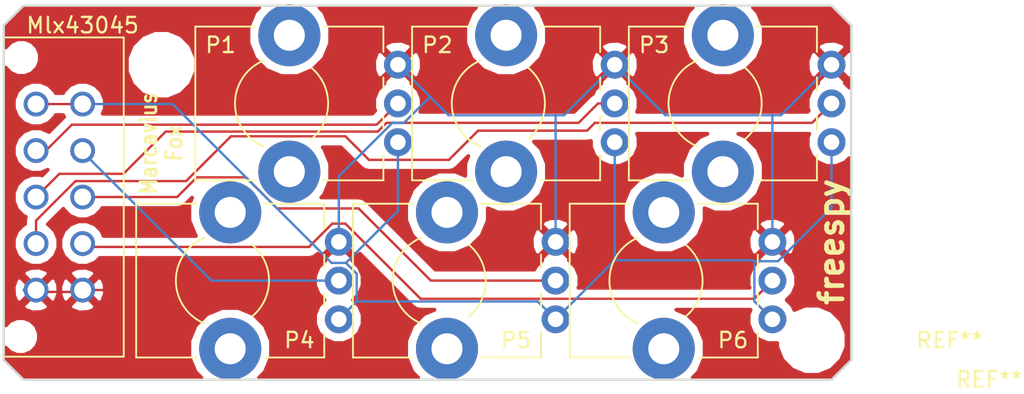
<source format=kicad_pcb>
(kicad_pcb (version 4) (host pcbnew 4.0.7)

  (general
    (links 20)
    (no_connects 0)
    (area 0 0 0 0)
    (thickness 1.6002)
    (drawings 10)
    (tracks 86)
    (zones 0)
    (modules 9)
    (nets 9)
  )

  (page A4)
  (layers
    (0 F.Cu signal)
    (31 B.Cu signal)
    (36 B.SilkS user)
    (37 F.SilkS user)
    (38 B.Mask user)
    (39 F.Mask user)
    (44 Edge.Cuts user)
    (45 Margin user)
  )

  (setup
    (last_trace_width 0.1524)
    (trace_clearance 0.1524)
    (zone_clearance 0.508)
    (zone_45_only no)
    (trace_min 0.1524)
    (segment_width 0.2)
    (edge_width 0.15)
    (via_size 0.6858)
    (via_drill 0.3302)
    (via_min_size 0.6858)
    (via_min_drill 0.3302)
    (uvia_size 0.6858)
    (uvia_drill 0.3302)
    (uvias_allowed no)
    (uvia_min_size 0)
    (uvia_min_drill 0)
    (pcb_text_width 0.3)
    (pcb_text_size 1.5 1.5)
    (mod_edge_width 0.15)
    (mod_text_size 1 1)
    (mod_text_width 0.15)
    (pad_size 1.6 1.6)
    (pad_drill 1.1)
    (pad_to_mask_clearance 0.0508)
    (aux_axis_origin 0 0)
    (visible_elements 7FFEFFFF)
    (pcbplotparams
      (layerselection 0x00030_80000001)
      (usegerberextensions false)
      (excludeedgelayer true)
      (linewidth 0.100000)
      (plotframeref false)
      (viasonmask false)
      (mode 1)
      (useauxorigin false)
      (hpglpennumber 1)
      (hpglpenspeed 20)
      (hpglpendiameter 15)
      (hpglpenoverlay 2)
      (psnegative false)
      (psa4output false)
      (plotreference true)
      (plotvalue true)
      (plotinvisibletext false)
      (padsonsilk false)
      (subtractmaskfromsilk false)
      (outputformat 1)
      (mirror false)
      (drillshape 1)
      (scaleselection 1)
      (outputdirectory ""))
  )

  (net 0 "")
  (net 1 +3V3)
  (net 2 AO1)
  (net 3 AO2)
  (net 4 AO3)
  (net 5 GND)
  (net 6 AO4)
  (net 7 AO5)
  (net 8 AO6)

  (net_class Default "This is the default net class."
    (clearance 0.1524)
    (trace_width 0.1524)
    (via_dia 0.6858)
    (via_drill 0.3302)
    (uvia_dia 0.6858)
    (uvia_drill 0.3302)
    (add_net +3V3)
    (add_net AO1)
    (add_net AO2)
    (add_net AO3)
    (add_net AO4)
    (add_net AO5)
    (add_net AO6)
    (add_net GND)
  )

  (module Mounting_Holes:MountingHole_3.2mm_M3 (layer F.Cu) (tedit 5A7BB8A5) (tstamp 5A792396)
    (at 175.26 106.68)
    (descr "Mounting Hole 3.2mm, no annular, M3")
    (tags "mounting hole 3.2mm no annular m3")
    (attr virtual)
    (fp_text reference REF** (at 11.43 2.54) (layer F.SilkS)
      (effects (font (size 1 1) (thickness 0.15)))
    )
    (fp_text value MountingHole_3.2mm_M3 (at 16.51 5.08) (layer F.Fab) hide
      (effects (font (size 1 1) (thickness 0.15)))
    )
    (fp_text user %R (at 0.3 0) (layer F.Fab)
      (effects (font (size 1 1) (thickness 0.15)))
    )
    (fp_circle (center 0 0) (end 3.2 0) (layer Cmts.User) (width 0.15))
    (fp_circle (center 0 0) (end 3.45 0) (layer F.CrtYd) (width 0.05))
    (pad 1 np_thru_hole circle (at 0 0) (size 3.2 3.2) (drill 3.2) (layers *.Cu *.Mask))
  )

  (module Mounting_Holes:MountingHole_3.2mm_M3 (layer F.Cu) (tedit 5A7BB882) (tstamp 5A79238E)
    (at 133.35 88.9)
    (descr "Mounting Hole 3.2mm, no annular, M3")
    (tags "mounting hole 3.2mm no annular m3")
    (attr virtual)
    (fp_text reference REF** (at 50.8 17.78) (layer F.SilkS)
      (effects (font (size 1 1) (thickness 0.15)))
    )
    (fp_text value MountingHole_3.2mm_M3 (at 54.61 12.7) (layer F.Fab)
      (effects (font (size 1 1) (thickness 0.15)))
    )
    (fp_text user %R (at 0.3 0) (layer F.Fab)
      (effects (font (size 1 1) (thickness 0.15)))
    )
    (fp_circle (center 0 0) (end 3.2 0) (layer Cmts.User) (width 0.15))
    (fp_circle (center 0 0) (end 3.45 0) (layer F.CrtYd) (width 0.05))
    (pad 1 np_thru_hole circle (at 0 0) (size 3.2 3.2) (drill 3.2) (layers *.Cu *.Mask))
  )

  (module Potentiometers:Potentiometer_Alps_RK09K_Horizontal (layer F.Cu) (tedit 5A7BB877) (tstamp 5A791FA7)
    (at 162.56 88.9 180)
    (descr "Potentiometer, horizontally mounted, Omeg PC16PU, Omeg PC16PU, Omeg PC16PU, Vishay/Spectrol 248GJ/249GJ Single, Vishay/Spectrol 248GJ/249GJ Single, Vishay/Spectrol 248GJ/249GJ Single, Vishay/Spectrol 248GH/249GH Single, Vishay/Spectrol 148/149 Single, Vishay/Spectrol 148/149 Single, Vishay/Spectrol 148/149 Single, Vishay/Spectrol 148A/149A Single with mounting plates, Vishay/Spectrol 148/149 Double, Vishay/Spectrol 148A/149A Double with mounting plates, Piher PC-16 Single, Piher PC-16 Single, Piher PC-16 Single, Piher PC-16SV Single, Piher PC-16 Double, Piher PC-16 Triple, Piher T16H Single, Piher T16L Single, Piher T16H Double, Alps RK163 Single, Alps RK163 Double, Alps RK097 Single, Alps RK097 Double, Bourns PTV09A-2 Single with mounting sleve Single, Bourns PTV09A-1 with mounting sleve Single, Bourns PRS11S Single, Alps RK09K Single with mounting sleve Single, Alps RK09K with mounting sleve Single, http://www.alps.com/prod/info/E/HTML/Potentiometer/RotaryPotentiometers/RK09K/RK09D1130C1B.html")
    (tags "Potentiometer horizontal  Omeg PC16PU  Omeg PC16PU  Omeg PC16PU  Vishay/Spectrol 248GJ/249GJ Single  Vishay/Spectrol 248GJ/249GJ Single  Vishay/Spectrol 248GJ/249GJ Single  Vishay/Spectrol 248GH/249GH Single  Vishay/Spectrol 148/149 Single  Vishay/Spectrol 148/149 Single  Vishay/Spectrol 148/149 Single  Vishay/Spectrol 148A/149A Single with mounting plates  Vishay/Spectrol 148/149 Double  Vishay/Spectrol 148A/149A Double with mounting plates  Piher PC-16 Single  Piher PC-16 Single  Piher PC-16 Single  Piher PC-16SV Single  Piher PC-16 Double  Piher PC-16 Triple  Piher T16H Single  Piher T16L Single  Piher T16H Double  Alps RK163 Single  Alps RK163 Double  Alps RK097 Single  Alps RK097 Double  Bourns PTV09A-2 Single with mounting sleve Single  Bourns PTV09A-1 with mounting sleve Single  Bourns PRS11S Single  Alps RK09K Single with mounting sleve Single  Alps RK09K with mounting sleve Single")
    (path /5A7278A5)
    (fp_text reference P2 (at 11.43 1.27 180) (layer F.SilkS)
      (effects (font (size 1 1) (thickness 0.15)))
    )
    (fp_text value POT2 (at -25.4 -3.81 180) (layer F.Fab)
      (effects (font (size 1 1) (thickness 0.15)))
    )
    (fp_arc (start 7.5 -2.5) (end 8.673 0.262) (angle -134) (layer F.SilkS) (width 0.12))
    (fp_arc (start 7.5 -2.5) (end 5.572 -4.798) (angle -100) (layer F.SilkS) (width 0.12))
    (fp_circle (center 7.5 -2.5) (end 10.75 -2.5) (layer F.Fab) (width 0.1))
    (fp_circle (center 7.5 -2.5) (end 10.5 -2.5) (layer F.Fab) (width 0.1))
    (fp_line (start 1 -7.4) (end 1 2.4) (layer F.Fab) (width 0.1))
    (fp_line (start 1 2.4) (end 13 2.4) (layer F.Fab) (width 0.1))
    (fp_line (start 13 2.4) (end 13 -7.4) (layer F.Fab) (width 0.1))
    (fp_line (start 13 -7.4) (end 1 -7.4) (layer F.Fab) (width 0.1))
    (fp_line (start 0.94 -7.461) (end 4.806 -7.461) (layer F.SilkS) (width 0.12))
    (fp_line (start 9.195 -7.461) (end 13.06 -7.461) (layer F.SilkS) (width 0.12))
    (fp_line (start 0.94 2.46) (end 4.806 2.46) (layer F.SilkS) (width 0.12))
    (fp_line (start 9.195 2.46) (end 13.06 2.46) (layer F.SilkS) (width 0.12))
    (fp_line (start 0.94 -7.461) (end 0.94 -5.825) (layer F.SilkS) (width 0.12))
    (fp_line (start 0.94 -4.175) (end 0.94 -3.325) (layer F.SilkS) (width 0.12))
    (fp_line (start 0.94 -1.675) (end 0.94 -0.825) (layer F.SilkS) (width 0.12))
    (fp_line (start 0.94 0.825) (end 0.94 2.46) (layer F.SilkS) (width 0.12))
    (fp_line (start 13.06 -7.461) (end 13.06 2.46) (layer F.SilkS) (width 0.12))
    (fp_line (start -1.15 -9.15) (end -1.15 4.15) (layer F.CrtYd) (width 0.05))
    (fp_line (start -1.15 4.15) (end 13.25 4.15) (layer F.CrtYd) (width 0.05))
    (fp_line (start 13.25 4.15) (end 13.25 -9.15) (layer F.CrtYd) (width 0.05))
    (fp_line (start 13.25 -9.15) (end -1.15 -9.15) (layer F.CrtYd) (width 0.05))
    (pad 3 thru_hole circle (at 0 -5 180) (size 1.8 1.8) (drill 1) (layers *.Cu *.Mask)
      (net 1 +3V3))
    (pad 2 thru_hole circle (at 0 -2.5 180) (size 1.8 1.8) (drill 1) (layers *.Cu *.Mask)
      (net 3 AO2))
    (pad 1 thru_hole circle (at 0 0 180) (size 1.8 1.8) (drill 1) (layers *.Cu *.Mask)
      (net 5 GND))
    (pad 0 np_thru_hole circle (at 7 -6.9 180) (size 4 4) (drill 2) (layers *.Cu *.Mask))
    (pad 0 np_thru_hole circle (at 7 1.9 180) (size 4 4) (drill 2) (layers *.Cu *.Mask))
    (model Potentiometers.3dshapes/Potentiometer_Alps_RK09K_Horizontal.wrl
      (at (xyz 0 0 0))
      (scale (xyz 0.393701 0.393701 0.393701))
      (rotate (xyz 0 0 0))
    )
  )

  (module Connectors_Molex:Molex_Microfit3_Header_02x05_Straight_43045-1028 (layer F.Cu) (tedit 5A7BB891) (tstamp 5A72790D)
    (at 128.27 91.44 90)
    (descr "Microfit3 Header Straight 02x05 43045-1028")
    (tags "connector Microfit 02x05 header straight 3mm")
    (path /5A691CF9)
    (fp_text reference Mlx43045 (at 5.08 0 180) (layer F.SilkS)
      (effects (font (size 1 1) (thickness 0.15)))
    )
    (fp_text value 1028 (at -6 -7 90) (layer F.Fab)
      (effects (font (size 1 1) (thickness 0.15)))
    )
    (fp_line (start 4.5 2.85) (end 4.5 -5.3) (layer F.CrtYd) (width 0.05))
    (fp_line (start 4.5 2.85) (end -16.5 2.85) (layer F.CrtYd) (width 0.05))
    (fp_line (start -16.5 2.85) (end -16.5 -5.3) (layer F.CrtYd) (width 0.05))
    (fp_line (start 4.5 -5.3) (end -16.5 -5.3) (layer F.CrtYd) (width 0.05))
    (fp_line (start 4.3 2.65) (end 4.3 -5.1) (layer F.SilkS) (width 0.12))
    (fp_line (start -16.3 2.65) (end -16.3 -5.1) (layer F.SilkS) (width 0.12))
    (fp_line (start 4.3 2.65) (end -16.3 2.65) (layer F.SilkS) (width 0.12))
    (fp_line (start 4.3 -5.1) (end -16.3 -5.1) (layer F.SilkS) (width 0.12))
    (pad "" np_thru_hole circle (at -15 -4 90) (size 1.1 1.1) (drill 1.1) (layers *.Cu *.Mask))
    (pad 1 thru_hole circle (at 0 0 90) (size 1.6 1.6) (drill 1.1) (layers *.Cu *.Mask)
      (net 1 +3V3))
    (pad 2 thru_hole circle (at -3 0 90) (size 1.6 1.6) (drill 1.1) (layers *.Cu *.Mask)
      (net 6 AO4))
    (pad 3 thru_hole circle (at -6 0 90) (size 1.6 1.6) (drill 1.1) (layers *.Cu *.Mask)
      (net 7 AO5))
    (pad 4 thru_hole circle (at -9 0 90) (size 1.6 1.6) (drill 1.1) (layers *.Cu *.Mask)
      (net 8 AO6))
    (pad 5 thru_hole circle (at -12 0 90) (size 1.6 1.6) (drill 1.1) (layers *.Cu *.Mask)
      (net 5 GND))
    (pad 6 thru_hole circle (at 0 -3 90) (size 1.6 1.6) (drill 1.1) (layers *.Cu *.Mask)
      (net 1 +3V3))
    (pad 7 thru_hole circle (at -3 -3 90) (size 1.6 1.6) (drill 1.1) (layers *.Cu *.Mask)
      (net 2 AO1))
    (pad 8 thru_hole circle (at -6 -3 90) (size 1.6 1.6) (drill 1.1) (layers *.Cu *.Mask)
      (net 3 AO2))
    (pad 9 thru_hole circle (at -9 -3 90) (size 1.6 1.6) (drill 1.1) (layers *.Cu *.Mask)
      (net 4 AO3))
    (pad 10 thru_hole circle (at -12 -3 90) (size 1.6 1.6) (drill 1.1) (layers *.Cu *.Mask)
      (net 5 GND))
    (pad "" np_thru_hole circle (at 3 -3.94 90) (size 1.1 1.1) (drill 1.1) (layers *.Cu *.Mask))
    (model ${KISYS3DMOD}/Connectors_Molex.3dshapes/Molex_Microfit3_Header_02x05_Straight_43045-1028.wrl
      (at (xyz 0 0 0))
      (scale (xyz 1 1 1))
      (rotate (xyz 0 0 0))
    )
  )

  (module Potentiometers:Potentiometer_Alps_RK09K_Horizontal (layer F.Cu) (tedit 5A7BB87D) (tstamp 5A791F9F)
    (at 148.59 88.9 180)
    (descr "Potentiometer, horizontally mounted, Omeg PC16PU, Omeg PC16PU, Omeg PC16PU, Vishay/Spectrol 248GJ/249GJ Single, Vishay/Spectrol 248GJ/249GJ Single, Vishay/Spectrol 248GJ/249GJ Single, Vishay/Spectrol 248GH/249GH Single, Vishay/Spectrol 148/149 Single, Vishay/Spectrol 148/149 Single, Vishay/Spectrol 148/149 Single, Vishay/Spectrol 148A/149A Single with mounting plates, Vishay/Spectrol 148/149 Double, Vishay/Spectrol 148A/149A Double with mounting plates, Piher PC-16 Single, Piher PC-16 Single, Piher PC-16 Single, Piher PC-16SV Single, Piher PC-16 Double, Piher PC-16 Triple, Piher T16H Single, Piher T16L Single, Piher T16H Double, Alps RK163 Single, Alps RK163 Double, Alps RK097 Single, Alps RK097 Double, Bourns PTV09A-2 Single with mounting sleve Single, Bourns PTV09A-1 with mounting sleve Single, Bourns PRS11S Single, Alps RK09K Single with mounting sleve Single, Alps RK09K with mounting sleve Single, http://www.alps.com/prod/info/E/HTML/Potentiometer/RotaryPotentiometers/RK09K/RK09D1130C1B.html")
    (tags "Potentiometer horizontal  Omeg PC16PU  Omeg PC16PU  Omeg PC16PU  Vishay/Spectrol 248GJ/249GJ Single  Vishay/Spectrol 248GJ/249GJ Single  Vishay/Spectrol 248GJ/249GJ Single  Vishay/Spectrol 248GH/249GH Single  Vishay/Spectrol 148/149 Single  Vishay/Spectrol 148/149 Single  Vishay/Spectrol 148/149 Single  Vishay/Spectrol 148A/149A Single with mounting plates  Vishay/Spectrol 148/149 Double  Vishay/Spectrol 148A/149A Double with mounting plates  Piher PC-16 Single  Piher PC-16 Single  Piher PC-16 Single  Piher PC-16SV Single  Piher PC-16 Double  Piher PC-16 Triple  Piher T16H Single  Piher T16L Single  Piher T16H Double  Alps RK163 Single  Alps RK163 Double  Alps RK097 Single  Alps RK097 Double  Bourns PTV09A-2 Single with mounting sleve Single  Bourns PTV09A-1 with mounting sleve Single  Bourns PRS11S Single  Alps RK09K Single with mounting sleve Single  Alps RK09K with mounting sleve Single")
    (path /5A691B46)
    (fp_text reference P1 (at 11.43 1.27 180) (layer F.SilkS)
      (effects (font (size 1 1) (thickness 0.15)))
    )
    (fp_text value POT1 (at -43.18 0 180) (layer F.Fab)
      (effects (font (size 1 1) (thickness 0.15)))
    )
    (fp_arc (start 7.5 -2.5) (end 8.673 0.262) (angle -134) (layer F.SilkS) (width 0.12))
    (fp_arc (start 7.5 -2.5) (end 5.572 -4.798) (angle -100) (layer F.SilkS) (width 0.12))
    (fp_circle (center 7.5 -2.5) (end 10.75 -2.5) (layer F.Fab) (width 0.1))
    (fp_circle (center 7.5 -2.5) (end 10.5 -2.5) (layer F.Fab) (width 0.1))
    (fp_line (start 1 -7.4) (end 1 2.4) (layer F.Fab) (width 0.1))
    (fp_line (start 1 2.4) (end 13 2.4) (layer F.Fab) (width 0.1))
    (fp_line (start 13 2.4) (end 13 -7.4) (layer F.Fab) (width 0.1))
    (fp_line (start 13 -7.4) (end 1 -7.4) (layer F.Fab) (width 0.1))
    (fp_line (start 0.94 -7.461) (end 4.806 -7.461) (layer F.SilkS) (width 0.12))
    (fp_line (start 9.195 -7.461) (end 13.06 -7.461) (layer F.SilkS) (width 0.12))
    (fp_line (start 0.94 2.46) (end 4.806 2.46) (layer F.SilkS) (width 0.12))
    (fp_line (start 9.195 2.46) (end 13.06 2.46) (layer F.SilkS) (width 0.12))
    (fp_line (start 0.94 -7.461) (end 0.94 -5.825) (layer F.SilkS) (width 0.12))
    (fp_line (start 0.94 -4.175) (end 0.94 -3.325) (layer F.SilkS) (width 0.12))
    (fp_line (start 0.94 -1.675) (end 0.94 -0.825) (layer F.SilkS) (width 0.12))
    (fp_line (start 0.94 0.825) (end 0.94 2.46) (layer F.SilkS) (width 0.12))
    (fp_line (start 13.06 -7.461) (end 13.06 2.46) (layer F.SilkS) (width 0.12))
    (fp_line (start -1.15 -9.15) (end -1.15 4.15) (layer F.CrtYd) (width 0.05))
    (fp_line (start -1.15 4.15) (end 13.25 4.15) (layer F.CrtYd) (width 0.05))
    (fp_line (start 13.25 4.15) (end 13.25 -9.15) (layer F.CrtYd) (width 0.05))
    (fp_line (start 13.25 -9.15) (end -1.15 -9.15) (layer F.CrtYd) (width 0.05))
    (pad 3 thru_hole circle (at 0 -5 180) (size 1.8 1.8) (drill 1) (layers *.Cu *.Mask)
      (net 1 +3V3))
    (pad 2 thru_hole circle (at 0 -2.5 180) (size 1.8 1.8) (drill 1) (layers *.Cu *.Mask)
      (net 2 AO1))
    (pad 1 thru_hole circle (at 0 0 180) (size 1.8 1.8) (drill 1) (layers *.Cu *.Mask)
      (net 5 GND))
    (pad 0 np_thru_hole circle (at 7 -6.9 180) (size 4 4) (drill 2) (layers *.Cu *.Mask))
    (pad 0 np_thru_hole circle (at 7 1.9 180) (size 4 4) (drill 2) (layers *.Cu *.Mask))
    (model Potentiometers.3dshapes/Potentiometer_Alps_RK09K_Horizontal.wrl
      (at (xyz 0 0 0))
      (scale (xyz 0.393701 0.393701 0.393701))
      (rotate (xyz 0 0 0))
    )
  )

  (module Potentiometers:Potentiometer_Alps_RK09K_Horizontal (layer F.Cu) (tedit 5A7BB87A) (tstamp 5A791FAF)
    (at 176.53 88.9 180)
    (descr "Potentiometer, horizontally mounted, Omeg PC16PU, Omeg PC16PU, Omeg PC16PU, Vishay/Spectrol 248GJ/249GJ Single, Vishay/Spectrol 248GJ/249GJ Single, Vishay/Spectrol 248GJ/249GJ Single, Vishay/Spectrol 248GH/249GH Single, Vishay/Spectrol 148/149 Single, Vishay/Spectrol 148/149 Single, Vishay/Spectrol 148/149 Single, Vishay/Spectrol 148A/149A Single with mounting plates, Vishay/Spectrol 148/149 Double, Vishay/Spectrol 148A/149A Double with mounting plates, Piher PC-16 Single, Piher PC-16 Single, Piher PC-16 Single, Piher PC-16SV Single, Piher PC-16 Double, Piher PC-16 Triple, Piher T16H Single, Piher T16L Single, Piher T16H Double, Alps RK163 Single, Alps RK163 Double, Alps RK097 Single, Alps RK097 Double, Bourns PTV09A-2 Single with mounting sleve Single, Bourns PTV09A-1 with mounting sleve Single, Bourns PRS11S Single, Alps RK09K Single with mounting sleve Single, Alps RK09K with mounting sleve Single, http://www.alps.com/prod/info/E/HTML/Potentiometer/RotaryPotentiometers/RK09K/RK09D1130C1B.html")
    (tags "Potentiometer horizontal  Omeg PC16PU  Omeg PC16PU  Omeg PC16PU  Vishay/Spectrol 248GJ/249GJ Single  Vishay/Spectrol 248GJ/249GJ Single  Vishay/Spectrol 248GJ/249GJ Single  Vishay/Spectrol 248GH/249GH Single  Vishay/Spectrol 148/149 Single  Vishay/Spectrol 148/149 Single  Vishay/Spectrol 148/149 Single  Vishay/Spectrol 148A/149A Single with mounting plates  Vishay/Spectrol 148/149 Double  Vishay/Spectrol 148A/149A Double with mounting plates  Piher PC-16 Single  Piher PC-16 Single  Piher PC-16 Single  Piher PC-16SV Single  Piher PC-16 Double  Piher PC-16 Triple  Piher T16H Single  Piher T16L Single  Piher T16H Double  Alps RK163 Single  Alps RK163 Double  Alps RK097 Single  Alps RK097 Double  Bourns PTV09A-2 Single with mounting sleve Single  Bourns PTV09A-1 with mounting sleve Single  Bourns PRS11S Single  Alps RK09K Single with mounting sleve Single  Alps RK09K with mounting sleve Single")
    (path /5A6919AC)
    (fp_text reference P3 (at 11.43 1.27 180) (layer F.SilkS)
      (effects (font (size 1 1) (thickness 0.15)))
    )
    (fp_text value POT3 (at -10.16 3.81 180) (layer F.Fab)
      (effects (font (size 1 1) (thickness 0.15)))
    )
    (fp_arc (start 7.5 -2.5) (end 8.673 0.262) (angle -134) (layer F.SilkS) (width 0.12))
    (fp_arc (start 7.5 -2.5) (end 5.572 -4.798) (angle -100) (layer F.SilkS) (width 0.12))
    (fp_circle (center 7.5 -2.5) (end 10.75 -2.5) (layer F.Fab) (width 0.1))
    (fp_circle (center 7.5 -2.5) (end 10.5 -2.5) (layer F.Fab) (width 0.1))
    (fp_line (start 1 -7.4) (end 1 2.4) (layer F.Fab) (width 0.1))
    (fp_line (start 1 2.4) (end 13 2.4) (layer F.Fab) (width 0.1))
    (fp_line (start 13 2.4) (end 13 -7.4) (layer F.Fab) (width 0.1))
    (fp_line (start 13 -7.4) (end 1 -7.4) (layer F.Fab) (width 0.1))
    (fp_line (start 0.94 -7.461) (end 4.806 -7.461) (layer F.SilkS) (width 0.12))
    (fp_line (start 9.195 -7.461) (end 13.06 -7.461) (layer F.SilkS) (width 0.12))
    (fp_line (start 0.94 2.46) (end 4.806 2.46) (layer F.SilkS) (width 0.12))
    (fp_line (start 9.195 2.46) (end 13.06 2.46) (layer F.SilkS) (width 0.12))
    (fp_line (start 0.94 -7.461) (end 0.94 -5.825) (layer F.SilkS) (width 0.12))
    (fp_line (start 0.94 -4.175) (end 0.94 -3.325) (layer F.SilkS) (width 0.12))
    (fp_line (start 0.94 -1.675) (end 0.94 -0.825) (layer F.SilkS) (width 0.12))
    (fp_line (start 0.94 0.825) (end 0.94 2.46) (layer F.SilkS) (width 0.12))
    (fp_line (start 13.06 -7.461) (end 13.06 2.46) (layer F.SilkS) (width 0.12))
    (fp_line (start -1.15 -9.15) (end -1.15 4.15) (layer F.CrtYd) (width 0.05))
    (fp_line (start -1.15 4.15) (end 13.25 4.15) (layer F.CrtYd) (width 0.05))
    (fp_line (start 13.25 4.15) (end 13.25 -9.15) (layer F.CrtYd) (width 0.05))
    (fp_line (start 13.25 -9.15) (end -1.15 -9.15) (layer F.CrtYd) (width 0.05))
    (pad 3 thru_hole circle (at 0 -5 180) (size 1.8 1.8) (drill 1) (layers *.Cu *.Mask)
      (net 1 +3V3))
    (pad 2 thru_hole circle (at 0 -2.5 180) (size 1.8 1.8) (drill 1) (layers *.Cu *.Mask)
      (net 4 AO3))
    (pad 1 thru_hole circle (at 0 0 180) (size 1.8 1.8) (drill 1) (layers *.Cu *.Mask)
      (net 5 GND))
    (pad 0 np_thru_hole circle (at 7 -6.9 180) (size 4 4) (drill 2) (layers *.Cu *.Mask))
    (pad 0 np_thru_hole circle (at 7 1.9 180) (size 4 4) (drill 2) (layers *.Cu *.Mask))
    (model Potentiometers.3dshapes/Potentiometer_Alps_RK09K_Horizontal.wrl
      (at (xyz 0 0 0))
      (scale (xyz 0.393701 0.393701 0.393701))
      (rotate (xyz 0 0 0))
    )
  )

  (module Potentiometers:Potentiometer_Alps_RK09K_Horizontal (layer F.Cu) (tedit 5A7BB86F) (tstamp 5A791FB7)
    (at 144.78 100.33 180)
    (descr "Potentiometer, horizontally mounted, Omeg PC16PU, Omeg PC16PU, Omeg PC16PU, Vishay/Spectrol 248GJ/249GJ Single, Vishay/Spectrol 248GJ/249GJ Single, Vishay/Spectrol 248GJ/249GJ Single, Vishay/Spectrol 248GH/249GH Single, Vishay/Spectrol 148/149 Single, Vishay/Spectrol 148/149 Single, Vishay/Spectrol 148/149 Single, Vishay/Spectrol 148A/149A Single with mounting plates, Vishay/Spectrol 148/149 Double, Vishay/Spectrol 148A/149A Double with mounting plates, Piher PC-16 Single, Piher PC-16 Single, Piher PC-16 Single, Piher PC-16SV Single, Piher PC-16 Double, Piher PC-16 Triple, Piher T16H Single, Piher T16L Single, Piher T16H Double, Alps RK163 Single, Alps RK163 Double, Alps RK097 Single, Alps RK097 Double, Bourns PTV09A-2 Single with mounting sleve Single, Bourns PTV09A-1 with mounting sleve Single, Bourns PRS11S Single, Alps RK09K Single with mounting sleve Single, Alps RK09K with mounting sleve Single, http://www.alps.com/prod/info/E/HTML/Potentiometer/RotaryPotentiometers/RK09K/RK09D1130C1B.html")
    (tags "Potentiometer horizontal  Omeg PC16PU  Omeg PC16PU  Omeg PC16PU  Vishay/Spectrol 248GJ/249GJ Single  Vishay/Spectrol 248GJ/249GJ Single  Vishay/Spectrol 248GJ/249GJ Single  Vishay/Spectrol 248GH/249GH Single  Vishay/Spectrol 148/149 Single  Vishay/Spectrol 148/149 Single  Vishay/Spectrol 148/149 Single  Vishay/Spectrol 148A/149A Single with mounting plates  Vishay/Spectrol 148/149 Double  Vishay/Spectrol 148A/149A Double with mounting plates  Piher PC-16 Single  Piher PC-16 Single  Piher PC-16 Single  Piher PC-16SV Single  Piher PC-16 Double  Piher PC-16 Triple  Piher T16H Single  Piher T16L Single  Piher T16H Double  Alps RK163 Single  Alps RK163 Double  Alps RK097 Single  Alps RK097 Double  Bourns PTV09A-2 Single with mounting sleve Single  Bourns PTV09A-1 with mounting sleve Single  Bourns PRS11S Single  Alps RK09K Single with mounting sleve Single  Alps RK09K with mounting sleve Single")
    (path /5A691AD5)
    (fp_text reference P4 (at 2.54 -6.35 180) (layer F.SilkS)
      (effects (font (size 1 1) (thickness 0.15)))
    )
    (fp_text value POT4 (at -43.18 -5.08 180) (layer F.Fab)
      (effects (font (size 1 1) (thickness 0.15)))
    )
    (fp_arc (start 7.5 -2.5) (end 8.673 0.262) (angle -134) (layer F.SilkS) (width 0.12))
    (fp_arc (start 7.5 -2.5) (end 5.572 -4.798) (angle -100) (layer F.SilkS) (width 0.12))
    (fp_circle (center 7.5 -2.5) (end 10.75 -2.5) (layer F.Fab) (width 0.1))
    (fp_circle (center 7.5 -2.5) (end 10.5 -2.5) (layer F.Fab) (width 0.1))
    (fp_line (start 1 -7.4) (end 1 2.4) (layer F.Fab) (width 0.1))
    (fp_line (start 1 2.4) (end 13 2.4) (layer F.Fab) (width 0.1))
    (fp_line (start 13 2.4) (end 13 -7.4) (layer F.Fab) (width 0.1))
    (fp_line (start 13 -7.4) (end 1 -7.4) (layer F.Fab) (width 0.1))
    (fp_line (start 0.94 -7.461) (end 4.806 -7.461) (layer F.SilkS) (width 0.12))
    (fp_line (start 9.195 -7.461) (end 13.06 -7.461) (layer F.SilkS) (width 0.12))
    (fp_line (start 0.94 2.46) (end 4.806 2.46) (layer F.SilkS) (width 0.12))
    (fp_line (start 9.195 2.46) (end 13.06 2.46) (layer F.SilkS) (width 0.12))
    (fp_line (start 0.94 -7.461) (end 0.94 -5.825) (layer F.SilkS) (width 0.12))
    (fp_line (start 0.94 -4.175) (end 0.94 -3.325) (layer F.SilkS) (width 0.12))
    (fp_line (start 0.94 -1.675) (end 0.94 -0.825) (layer F.SilkS) (width 0.12))
    (fp_line (start 0.94 0.825) (end 0.94 2.46) (layer F.SilkS) (width 0.12))
    (fp_line (start 13.06 -7.461) (end 13.06 2.46) (layer F.SilkS) (width 0.12))
    (fp_line (start -1.15 -9.15) (end -1.15 4.15) (layer F.CrtYd) (width 0.05))
    (fp_line (start -1.15 4.15) (end 13.25 4.15) (layer F.CrtYd) (width 0.05))
    (fp_line (start 13.25 4.15) (end 13.25 -9.15) (layer F.CrtYd) (width 0.05))
    (fp_line (start 13.25 -9.15) (end -1.15 -9.15) (layer F.CrtYd) (width 0.05))
    (pad 3 thru_hole circle (at 0 -5 180) (size 1.8 1.8) (drill 1) (layers *.Cu *.Mask)
      (net 1 +3V3))
    (pad 2 thru_hole circle (at 0 -2.5 180) (size 1.8 1.8) (drill 1) (layers *.Cu *.Mask)
      (net 6 AO4))
    (pad 1 thru_hole circle (at 0 0 180) (size 1.8 1.8) (drill 1) (layers *.Cu *.Mask)
      (net 5 GND))
    (pad 0 np_thru_hole circle (at 7 -6.9 180) (size 4 4) (drill 2) (layers *.Cu *.Mask))
    (pad 0 np_thru_hole circle (at 7 1.9 180) (size 4 4) (drill 2) (layers *.Cu *.Mask))
    (model Potentiometers.3dshapes/Potentiometer_Alps_RK09K_Horizontal.wrl
      (at (xyz 0 0 0))
      (scale (xyz 0.393701 0.393701 0.393701))
      (rotate (xyz 0 0 0))
    )
  )

  (module Potentiometers:Potentiometer_Alps_RK09K_Horizontal (layer F.Cu) (tedit 5A7BB860) (tstamp 5A791FBF)
    (at 158.75 100.33 180)
    (descr "Potentiometer, horizontally mounted, Omeg PC16PU, Omeg PC16PU, Omeg PC16PU, Vishay/Spectrol 248GJ/249GJ Single, Vishay/Spectrol 248GJ/249GJ Single, Vishay/Spectrol 248GJ/249GJ Single, Vishay/Spectrol 248GH/249GH Single, Vishay/Spectrol 148/149 Single, Vishay/Spectrol 148/149 Single, Vishay/Spectrol 148/149 Single, Vishay/Spectrol 148A/149A Single with mounting plates, Vishay/Spectrol 148/149 Double, Vishay/Spectrol 148A/149A Double with mounting plates, Piher PC-16 Single, Piher PC-16 Single, Piher PC-16 Single, Piher PC-16SV Single, Piher PC-16 Double, Piher PC-16 Triple, Piher T16H Single, Piher T16L Single, Piher T16H Double, Alps RK163 Single, Alps RK163 Double, Alps RK097 Single, Alps RK097 Double, Bourns PTV09A-2 Single with mounting sleve Single, Bourns PTV09A-1 with mounting sleve Single, Bourns PRS11S Single, Alps RK09K Single with mounting sleve Single, Alps RK09K with mounting sleve Single, http://www.alps.com/prod/info/E/HTML/Potentiometer/RotaryPotentiometers/RK09K/RK09D1130C1B.html")
    (tags "Potentiometer horizontal  Omeg PC16PU  Omeg PC16PU  Omeg PC16PU  Vishay/Spectrol 248GJ/249GJ Single  Vishay/Spectrol 248GJ/249GJ Single  Vishay/Spectrol 248GJ/249GJ Single  Vishay/Spectrol 248GH/249GH Single  Vishay/Spectrol 148/149 Single  Vishay/Spectrol 148/149 Single  Vishay/Spectrol 148/149 Single  Vishay/Spectrol 148A/149A Single with mounting plates  Vishay/Spectrol 148/149 Double  Vishay/Spectrol 148A/149A Double with mounting plates  Piher PC-16 Single  Piher PC-16 Single  Piher PC-16 Single  Piher PC-16SV Single  Piher PC-16 Double  Piher PC-16 Triple  Piher T16H Single  Piher T16L Single  Piher T16H Double  Alps RK163 Single  Alps RK163 Double  Alps RK097 Single  Alps RK097 Double  Bourns PTV09A-2 Single with mounting sleve Single  Bourns PTV09A-1 with mounting sleve Single  Bourns PRS11S Single  Alps RK09K Single with mounting sleve Single  Alps RK09K with mounting sleve Single")
    (path /5A691B06)
    (fp_text reference P5 (at 2.54 -6.35 180) (layer F.SilkS)
      (effects (font (size 1 1) (thickness 0.15)))
    )
    (fp_text value POT5 (at -26.67 1.27 180) (layer F.Fab)
      (effects (font (size 1 1) (thickness 0.15)))
    )
    (fp_arc (start 7.5 -2.5) (end 8.673 0.262) (angle -134) (layer F.SilkS) (width 0.12))
    (fp_arc (start 7.5 -2.5) (end 5.572 -4.798) (angle -100) (layer F.SilkS) (width 0.12))
    (fp_circle (center 7.5 -2.5) (end 10.75 -2.5) (layer F.Fab) (width 0.1))
    (fp_circle (center 7.5 -2.5) (end 10.5 -2.5) (layer F.Fab) (width 0.1))
    (fp_line (start 1 -7.4) (end 1 2.4) (layer F.Fab) (width 0.1))
    (fp_line (start 1 2.4) (end 13 2.4) (layer F.Fab) (width 0.1))
    (fp_line (start 13 2.4) (end 13 -7.4) (layer F.Fab) (width 0.1))
    (fp_line (start 13 -7.4) (end 1 -7.4) (layer F.Fab) (width 0.1))
    (fp_line (start 0.94 -7.461) (end 4.806 -7.461) (layer F.SilkS) (width 0.12))
    (fp_line (start 9.195 -7.461) (end 13.06 -7.461) (layer F.SilkS) (width 0.12))
    (fp_line (start 0.94 2.46) (end 4.806 2.46) (layer F.SilkS) (width 0.12))
    (fp_line (start 9.195 2.46) (end 13.06 2.46) (layer F.SilkS) (width 0.12))
    (fp_line (start 0.94 -7.461) (end 0.94 -5.825) (layer F.SilkS) (width 0.12))
    (fp_line (start 0.94 -4.175) (end 0.94 -3.325) (layer F.SilkS) (width 0.12))
    (fp_line (start 0.94 -1.675) (end 0.94 -0.825) (layer F.SilkS) (width 0.12))
    (fp_line (start 0.94 0.825) (end 0.94 2.46) (layer F.SilkS) (width 0.12))
    (fp_line (start 13.06 -7.461) (end 13.06 2.46) (layer F.SilkS) (width 0.12))
    (fp_line (start -1.15 -9.15) (end -1.15 4.15) (layer F.CrtYd) (width 0.05))
    (fp_line (start -1.15 4.15) (end 13.25 4.15) (layer F.CrtYd) (width 0.05))
    (fp_line (start 13.25 4.15) (end 13.25 -9.15) (layer F.CrtYd) (width 0.05))
    (fp_line (start 13.25 -9.15) (end -1.15 -9.15) (layer F.CrtYd) (width 0.05))
    (pad 3 thru_hole circle (at 0 -5 180) (size 1.8 1.8) (drill 1) (layers *.Cu *.Mask)
      (net 1 +3V3))
    (pad 2 thru_hole circle (at 0 -2.5 180) (size 1.8 1.8) (drill 1) (layers *.Cu *.Mask)
      (net 7 AO5))
    (pad 1 thru_hole circle (at 0 0 180) (size 1.8 1.8) (drill 1) (layers *.Cu *.Mask)
      (net 5 GND))
    (pad 0 np_thru_hole circle (at 7 -6.9 180) (size 4 4) (drill 2) (layers *.Cu *.Mask))
    (pad 0 np_thru_hole circle (at 7 1.9 180) (size 4 4) (drill 2) (layers *.Cu *.Mask))
    (model Potentiometers.3dshapes/Potentiometer_Alps_RK09K_Horizontal.wrl
      (at (xyz 0 0 0))
      (scale (xyz 0.393701 0.393701 0.393701))
      (rotate (xyz 0 0 0))
    )
  )

  (module Potentiometers:Potentiometer_Alps_RK09K_Horizontal (layer F.Cu) (tedit 5A7BB856) (tstamp 5A791FC7)
    (at 172.72 100.33 180)
    (descr "Potentiometer, horizontally mounted, Omeg PC16PU, Omeg PC16PU, Omeg PC16PU, Vishay/Spectrol 248GJ/249GJ Single, Vishay/Spectrol 248GJ/249GJ Single, Vishay/Spectrol 248GJ/249GJ Single, Vishay/Spectrol 248GH/249GH Single, Vishay/Spectrol 148/149 Single, Vishay/Spectrol 148/149 Single, Vishay/Spectrol 148/149 Single, Vishay/Spectrol 148A/149A Single with mounting plates, Vishay/Spectrol 148/149 Double, Vishay/Spectrol 148A/149A Double with mounting plates, Piher PC-16 Single, Piher PC-16 Single, Piher PC-16 Single, Piher PC-16SV Single, Piher PC-16 Double, Piher PC-16 Triple, Piher T16H Single, Piher T16L Single, Piher T16H Double, Alps RK163 Single, Alps RK163 Double, Alps RK097 Single, Alps RK097 Double, Bourns PTV09A-2 Single with mounting sleve Single, Bourns PTV09A-1 with mounting sleve Single, Bourns PRS11S Single, Alps RK09K Single with mounting sleve Single, Alps RK09K with mounting sleve Single, http://www.alps.com/prod/info/E/HTML/Potentiometer/RotaryPotentiometers/RK09K/RK09D1130C1B.html")
    (tags "Potentiometer horizontal  Omeg PC16PU  Omeg PC16PU  Omeg PC16PU  Vishay/Spectrol 248GJ/249GJ Single  Vishay/Spectrol 248GJ/249GJ Single  Vishay/Spectrol 248GJ/249GJ Single  Vishay/Spectrol 248GH/249GH Single  Vishay/Spectrol 148/149 Single  Vishay/Spectrol 148/149 Single  Vishay/Spectrol 148/149 Single  Vishay/Spectrol 148A/149A Single with mounting plates  Vishay/Spectrol 148/149 Double  Vishay/Spectrol 148A/149A Double with mounting plates  Piher PC-16 Single  Piher PC-16 Single  Piher PC-16 Single  Piher PC-16SV Single  Piher PC-16 Double  Piher PC-16 Triple  Piher T16H Single  Piher T16L Single  Piher T16H Double  Alps RK163 Single  Alps RK163 Double  Alps RK097 Single  Alps RK097 Double  Bourns PTV09A-2 Single with mounting sleve Single  Bourns PTV09A-1 with mounting sleve Single  Bourns PRS11S Single  Alps RK09K Single with mounting sleve Single  Alps RK09K with mounting sleve Single")
    (path /5A691B25)
    (fp_text reference P6 (at 2.54 -6.35 180) (layer F.SilkS)
      (effects (font (size 1 1) (thickness 0.15)))
    )
    (fp_text value POT6 (at -12.7 3.81 180) (layer F.Fab)
      (effects (font (size 1 1) (thickness 0.15)))
    )
    (fp_arc (start 7.5 -2.5) (end 8.673 0.262) (angle -134) (layer F.SilkS) (width 0.12))
    (fp_arc (start 7.5 -2.5) (end 5.572 -4.798) (angle -100) (layer F.SilkS) (width 0.12))
    (fp_circle (center 7.5 -2.5) (end 10.75 -2.5) (layer F.Fab) (width 0.1))
    (fp_circle (center 7.5 -2.5) (end 10.5 -2.5) (layer F.Fab) (width 0.1))
    (fp_line (start 1 -7.4) (end 1 2.4) (layer F.Fab) (width 0.1))
    (fp_line (start 1 2.4) (end 13 2.4) (layer F.Fab) (width 0.1))
    (fp_line (start 13 2.4) (end 13 -7.4) (layer F.Fab) (width 0.1))
    (fp_line (start 13 -7.4) (end 1 -7.4) (layer F.Fab) (width 0.1))
    (fp_line (start 0.94 -7.461) (end 4.806 -7.461) (layer F.SilkS) (width 0.12))
    (fp_line (start 9.195 -7.461) (end 13.06 -7.461) (layer F.SilkS) (width 0.12))
    (fp_line (start 0.94 2.46) (end 4.806 2.46) (layer F.SilkS) (width 0.12))
    (fp_line (start 9.195 2.46) (end 13.06 2.46) (layer F.SilkS) (width 0.12))
    (fp_line (start 0.94 -7.461) (end 0.94 -5.825) (layer F.SilkS) (width 0.12))
    (fp_line (start 0.94 -4.175) (end 0.94 -3.325) (layer F.SilkS) (width 0.12))
    (fp_line (start 0.94 -1.675) (end 0.94 -0.825) (layer F.SilkS) (width 0.12))
    (fp_line (start 0.94 0.825) (end 0.94 2.46) (layer F.SilkS) (width 0.12))
    (fp_line (start 13.06 -7.461) (end 13.06 2.46) (layer F.SilkS) (width 0.12))
    (fp_line (start -1.15 -9.15) (end -1.15 4.15) (layer F.CrtYd) (width 0.05))
    (fp_line (start -1.15 4.15) (end 13.25 4.15) (layer F.CrtYd) (width 0.05))
    (fp_line (start 13.25 4.15) (end 13.25 -9.15) (layer F.CrtYd) (width 0.05))
    (fp_line (start 13.25 -9.15) (end -1.15 -9.15) (layer F.CrtYd) (width 0.05))
    (pad 3 thru_hole circle (at 0 -5 180) (size 1.8 1.8) (drill 1) (layers *.Cu *.Mask)
      (net 1 +3V3))
    (pad 2 thru_hole circle (at 0 -2.5 180) (size 1.8 1.8) (drill 1) (layers *.Cu *.Mask)
      (net 8 AO6))
    (pad 1 thru_hole circle (at 0 0 180) (size 1.8 1.8) (drill 1) (layers *.Cu *.Mask)
      (net 5 GND))
    (pad 0 np_thru_hole circle (at 7 -6.9 180) (size 4 4) (drill 2) (layers *.Cu *.Mask))
    (pad 0 np_thru_hole circle (at 7 1.9 180) (size 4 4) (drill 2) (layers *.Cu *.Mask))
    (model Potentiometers.3dshapes/Potentiometer_Alps_RK09K_Horizontal.wrl
      (at (xyz 0 0 0))
      (scale (xyz 0.393701 0.393701 0.393701))
      (rotate (xyz 0 0 0))
    )
  )

  (gr_text "Marcavius\nFox" (at 133.35 93.98 90) (layer F.SilkS)
    (effects (font (size 1.016 0.889) (thickness 0.1778)))
  )
  (gr_text "freespy\n" (at 176.53 100.33 90) (layer F.SilkS)
    (effects (font (size 1.5 1.5) (thickness 0.3)))
  )
  (gr_line (start 124.46 85.09) (end 176.53 85.09) (angle 90) (layer Edge.Cuts) (width 0.15))
  (gr_line (start 123.19 86.36) (end 124.46 85.09) (angle 90) (layer Edge.Cuts) (width 0.15))
  (gr_line (start 123.19 107.95) (end 123.19 86.36) (angle 90) (layer Edge.Cuts) (width 0.15))
  (gr_line (start 124.46 109.22) (end 123.19 107.95) (angle 90) (layer Edge.Cuts) (width 0.15))
  (gr_line (start 176.53 109.22) (end 124.46 109.22) (angle 90) (layer Edge.Cuts) (width 0.15))
  (gr_line (start 177.8 107.95) (end 176.53 109.22) (angle 90) (layer Edge.Cuts) (width 0.15))
  (gr_line (start 177.8 86.36) (end 177.8 107.95) (angle 90) (layer Edge.Cuts) (width 0.15))
  (gr_line (start 176.53 85.09) (end 177.8 86.36) (angle 90) (layer Edge.Cuts) (width 0.15))

  (segment (start 125.27 91.44) (end 128.27 91.44) (width 0.1524) (layer F.Cu) (net 1))
  (segment (start 171.558 104.168) (end 172.72 105.33) (width 0.1524) (layer B.Cu) (net 1))
  (segment (start 171.558 101.58) (end 171.558 104.168) (width 0.1524) (layer B.Cu) (net 1))
  (segment (start 176.53 98.1298) (end 176.53 93.9) (width 0.1524) (layer B.Cu) (net 1))
  (segment (start 173.0798 101.58) (end 176.53 98.1298) (width 0.1524) (layer B.Cu) (net 1))
  (segment (start 171.558 101.58) (end 173.0798 101.58) (width 0.1524) (layer B.Cu) (net 1))
  (segment (start 171.498 101.52) (end 171.558 101.58) (width 0.1524) (layer B.Cu) (net 1))
  (segment (start 162.56 101.52) (end 171.498 101.52) (width 0.1524) (layer B.Cu) (net 1))
  (segment (start 162.56 93.9) (end 162.56 101.52) (width 0.1524) (layer B.Cu) (net 1))
  (segment (start 162.56 101.52) (end 158.75 105.33) (width 0.1524) (layer B.Cu) (net 1))
  (segment (start 144.78 105.33) (end 145.9321 104.1779) (width 0.1524) (layer B.Cu) (net 1))
  (segment (start 157.5979 104.1779) (end 145.9321 104.1779) (width 0.1524) (layer B.Cu) (net 1))
  (segment (start 158.75 105.33) (end 157.5979 104.1779) (width 0.1524) (layer B.Cu) (net 1))
  (segment (start 148.59 98.3328) (end 145.2348 101.688) (width 0.1524) (layer B.Cu) (net 1))
  (segment (start 148.59 93.9) (end 148.59 98.3328) (width 0.1524) (layer B.Cu) (net 1))
  (segment (start 145.9321 102.3853) (end 145.2348 101.688) (width 0.1524) (layer B.Cu) (net 1))
  (segment (start 145.9321 104.1779) (end 145.9321 102.3853) (width 0.1524) (layer B.Cu) (net 1))
  (segment (start 134.0687 91.44) (end 128.27 91.44) (width 0.1524) (layer B.Cu) (net 1))
  (segment (start 144.3167 101.688) (end 134.0687 91.44) (width 0.1524) (layer B.Cu) (net 1))
  (segment (start 145.2348 101.688) (end 144.3167 101.688) (width 0.1524) (layer B.Cu) (net 1))
  (segment (start 125.27 94.44) (end 125.905 94.44) (width 0.25) (layer F.Cu) (net 2))
  (segment (start 147.219 92.771) (end 148.59 91.4) (width 0.1524) (layer F.Cu) (net 2))
  (segment (start 127.574 92.771) (end 147.219 92.771) (width 0.1524) (layer F.Cu) (net 2))
  (segment (start 125.905 94.44) (end 127.574 92.771) (width 0.1524) (layer F.Cu) (net 2))
  (segment (start 126.77 95.94) (end 125.27 97.44) (width 0.1524) (layer F.Cu) (net 3))
  (segment (start 130.8982 95.94) (end 126.77 95.94) (width 0.1524) (layer F.Cu) (net 3))
  (segment (start 133.6226 93.2156) (end 130.8982 95.94) (width 0.1524) (layer F.Cu) (net 3))
  (segment (start 147.2892 93.2156) (end 133.6226 93.2156) (width 0.1524) (layer F.Cu) (net 3))
  (segment (start 147.8548 92.65) (end 147.2892 93.2156) (width 0.1524) (layer F.Cu) (net 3))
  (segment (start 160.2325 92.65) (end 147.8548 92.65) (width 0.1524) (layer F.Cu) (net 3))
  (segment (start 161.4825 91.4) (end 160.2325 92.65) (width 0.1524) (layer F.Cu) (net 3))
  (segment (start 162.56 91.4) (end 161.4825 91.4) (width 0.1524) (layer F.Cu) (net 3))
  (segment (start 175.28 92.65) (end 176.53 91.4) (width 0.1524) (layer F.Cu) (net 4))
  (segment (start 161.2861 92.65) (end 175.28 92.65) (width 0.1524) (layer F.Cu) (net 4))
  (segment (start 160.781 93.1551) (end 161.2861 92.65) (width 0.1524) (layer F.Cu) (net 4))
  (segment (start 153.7561 93.1551) (end 160.781 93.1551) (width 0.1524) (layer F.Cu) (net 4))
  (segment (start 151.8714 95.0398) (end 153.7561 93.1551) (width 0.1524) (layer F.Cu) (net 4))
  (segment (start 146.7245 95.0398) (end 151.8714 95.0398) (width 0.1524) (layer F.Cu) (net 4))
  (segment (start 145.2055 93.5208) (end 146.7245 95.0398) (width 0.1524) (layer F.Cu) (net 4))
  (segment (start 137.8282 93.5208) (end 145.2055 93.5208) (width 0.1524) (layer F.Cu) (net 4))
  (segment (start 134.938 96.411) (end 137.8282 93.5208) (width 0.1524) (layer F.Cu) (net 4))
  (segment (start 127.8109 96.411) (end 134.938 96.411) (width 0.1524) (layer F.Cu) (net 4))
  (segment (start 125.27 98.9519) (end 127.8109 96.411) (width 0.1524) (layer F.Cu) (net 4))
  (segment (start 125.27 100.44) (end 125.27 98.9519) (width 0.1524) (layer F.Cu) (net 4))
  (segment (start 124.525 103.44) (end 125.27 103.44) (width 0.25) (layer B.Cu) (net 5))
  (segment (start 128.27 104.14) (end 128.27 103.44) (width 0.25) (layer B.Cu) (net 5))
  (segment (start 125.27 103.68) (end 125.27 103.56) (width 0.25) (layer F.Cu) (net 5))
  (segment (start 125.27 103.56) (end 125.27 103.44) (width 0.25) (layer F.Cu) (net 5))
  (segment (start 128.15 103.56) (end 128.27 103.44) (width 0.1524) (layer F.Cu) (net 5))
  (segment (start 125.27 103.56) (end 128.15 103.56) (width 0.1524) (layer F.Cu) (net 5))
  (segment (start 141.67 103.44) (end 144.78 100.33) (width 0.1524) (layer F.Cu) (net 5))
  (segment (start 128.27 103.44) (end 141.67 103.44) (width 0.1524) (layer F.Cu) (net 5))
  (segment (start 158.75 100.33) (end 158.75 92.1617) (width 0.1524) (layer B.Cu) (net 5))
  (segment (start 159.2983 92.1617) (end 162.56 88.9) (width 0.1524) (layer B.Cu) (net 5))
  (segment (start 158.75 92.1617) (end 159.2983 92.1617) (width 0.1524) (layer B.Cu) (net 5))
  (segment (start 172.72 100.33) (end 172.72 92.1617) (width 0.1524) (layer B.Cu) (net 5))
  (segment (start 173.2683 92.1617) (end 176.53 88.9) (width 0.1524) (layer B.Cu) (net 5))
  (segment (start 172.72 92.1617) (end 173.2683 92.1617) (width 0.1524) (layer B.Cu) (net 5))
  (segment (start 165.8217 92.1617) (end 172.72 92.1617) (width 0.1524) (layer B.Cu) (net 5))
  (segment (start 162.56 88.9) (end 165.8217 92.1617) (width 0.1524) (layer B.Cu) (net 5))
  (segment (start 148.975 92.65) (end 150.6575 90.9675) (width 0.1524) (layer B.Cu) (net 5))
  (segment (start 148.231 92.65) (end 148.975 92.65) (width 0.1524) (layer B.Cu) (net 5))
  (segment (start 144.78 96.101) (end 148.231 92.65) (width 0.1524) (layer B.Cu) (net 5))
  (segment (start 144.78 100.33) (end 144.78 96.101) (width 0.1524) (layer B.Cu) (net 5))
  (segment (start 148.59 88.9) (end 150.6575 90.9675) (width 0.1524) (layer B.Cu) (net 5))
  (segment (start 151.8517 92.1617) (end 158.75 92.1617) (width 0.1524) (layer B.Cu) (net 5))
  (segment (start 150.6575 90.9675) (end 151.8517 92.1617) (width 0.1524) (layer B.Cu) (net 5))
  (segment (start 128.27 94.44) (end 128.27 94.5275) (width 0.25) (layer B.Cu) (net 6))
  (segment (start 128.27 94.5275) (end 128.27 94.615) (width 0.25) (layer B.Cu) (net 6))
  (segment (start 136.5725 102.83) (end 144.78 102.83) (width 0.1524) (layer B.Cu) (net 6))
  (segment (start 128.27 94.5275) (end 136.5725 102.83) (width 0.1524) (layer B.Cu) (net 6))
  (segment (start 128.62 97.44) (end 128.27 97.44) (width 0.25) (layer F.Cu) (net 7))
  (segment (start 134.3562 97.44) (end 128.62 97.44) (width 0.1524) (layer F.Cu) (net 7))
  (segment (start 135.6274 96.1688) (end 134.3562 97.44) (width 0.1524) (layer F.Cu) (net 7))
  (segment (start 138.7975 96.1688) (end 135.6274 96.1688) (width 0.1524) (layer F.Cu) (net 7))
  (segment (start 140.8044 98.1757) (end 138.7975 96.1688) (width 0.1524) (layer F.Cu) (net 7))
  (segment (start 146.0555 98.1757) (end 140.8044 98.1757) (width 0.1524) (layer F.Cu) (net 7))
  (segment (start 150.7098 102.83) (end 146.0555 98.1757) (width 0.1524) (layer F.Cu) (net 7))
  (segment (start 158.75 102.83) (end 150.7098 102.83) (width 0.1524) (layer F.Cu) (net 7))
  (segment (start 171.5481 104.0019) (end 172.72 102.83) (width 0.1524) (layer F.Cu) (net 8))
  (segment (start 150.0487 104.0019) (end 171.5481 104.0019) (width 0.1524) (layer F.Cu) (net 8))
  (segment (start 145.201 99.1542) (end 150.0487 104.0019) (width 0.1524) (layer F.Cu) (net 8))
  (segment (start 144.3584 99.1542) (end 145.201 99.1542) (width 0.1524) (layer F.Cu) (net 8))
  (segment (start 142.8536 100.659) (end 144.3584 99.1542) (width 0.1524) (layer F.Cu) (net 8))
  (segment (start 128.489 100.659) (end 142.8536 100.659) (width 0.1524) (layer F.Cu) (net 8))
  (segment (start 128.27 100.44) (end 128.489 100.659) (width 0.1524) (layer F.Cu) (net 8))

  (zone (net 5) (net_name GND) (layer F.Cu) (tstamp 5A7BB781) (hatch edge 0.508)
    (connect_pads (clearance 0.508))
    (min_thickness 0.254)
    (fill yes (arc_segments 16) (thermal_gap 0.508) (thermal_bridge_width 0.508))
    (polygon
      (pts
        (xy 124.46 85.09) (xy 176.53 85.09) (xy 177.8 86.36) (xy 177.8 107.95) (xy 176.53 109.22)
        (xy 124.46 109.22) (xy 123.19 107.95) (xy 123.19 86.36)
      )
    )
    (filled_polygon
      (pts
        (xy 139.357458 85.505443) (xy 138.955458 86.473567) (xy 138.954543 87.521834) (xy 139.354853 88.490658) (xy 140.095443 89.232542)
        (xy 141.063567 89.634542) (xy 142.111834 89.635457) (xy 143.080658 89.235147) (xy 143.657475 88.659336) (xy 147.043542 88.659336)
        (xy 147.069161 89.26946) (xy 147.253357 89.714148) (xy 147.509841 89.800554) (xy 148.410395 88.9) (xy 148.769605 88.9)
        (xy 149.670159 89.800554) (xy 149.926643 89.714148) (xy 150.136458 89.140664) (xy 150.110839 88.53054) (xy 149.926643 88.085852)
        (xy 149.670159 87.999446) (xy 148.769605 88.9) (xy 148.410395 88.9) (xy 147.509841 87.999446) (xy 147.253357 88.085852)
        (xy 147.043542 88.659336) (xy 143.657475 88.659336) (xy 143.822542 88.494557) (xy 144.102708 87.819841) (xy 147.689446 87.819841)
        (xy 148.59 88.720395) (xy 149.490554 87.819841) (xy 149.404148 87.563357) (xy 148.830664 87.353542) (xy 148.22054 87.379161)
        (xy 147.775852 87.563357) (xy 147.689446 87.819841) (xy 144.102708 87.819841) (xy 144.224542 87.526433) (xy 144.225457 86.478166)
        (xy 143.825147 85.509342) (xy 143.533315 85.217) (xy 153.616405 85.217) (xy 153.327458 85.505443) (xy 152.925458 86.473567)
        (xy 152.924543 87.521834) (xy 153.324853 88.490658) (xy 154.065443 89.232542) (xy 155.033567 89.634542) (xy 156.081834 89.635457)
        (xy 157.050658 89.235147) (xy 157.627475 88.659336) (xy 161.013542 88.659336) (xy 161.039161 89.26946) (xy 161.223357 89.714148)
        (xy 161.479841 89.800554) (xy 162.380395 88.9) (xy 162.739605 88.9) (xy 163.640159 89.800554) (xy 163.896643 89.714148)
        (xy 164.106458 89.140664) (xy 164.080839 88.53054) (xy 163.896643 88.085852) (xy 163.640159 87.999446) (xy 162.739605 88.9)
        (xy 162.380395 88.9) (xy 161.479841 87.999446) (xy 161.223357 88.085852) (xy 161.013542 88.659336) (xy 157.627475 88.659336)
        (xy 157.792542 88.494557) (xy 158.072708 87.819841) (xy 161.659446 87.819841) (xy 162.56 88.720395) (xy 163.460554 87.819841)
        (xy 163.374148 87.563357) (xy 162.800664 87.353542) (xy 162.19054 87.379161) (xy 161.745852 87.563357) (xy 161.659446 87.819841)
        (xy 158.072708 87.819841) (xy 158.194542 87.526433) (xy 158.195457 86.478166) (xy 157.795147 85.509342) (xy 157.503315 85.217)
        (xy 167.586405 85.217) (xy 167.297458 85.505443) (xy 166.895458 86.473567) (xy 166.894543 87.521834) (xy 167.294853 88.490658)
        (xy 168.035443 89.232542) (xy 169.003567 89.634542) (xy 170.051834 89.635457) (xy 171.020658 89.235147) (xy 171.597475 88.659336)
        (xy 174.983542 88.659336) (xy 175.009161 89.26946) (xy 175.193357 89.714148) (xy 175.449841 89.800554) (xy 176.350395 88.9)
        (xy 175.449841 87.999446) (xy 175.193357 88.085852) (xy 174.983542 88.659336) (xy 171.597475 88.659336) (xy 171.762542 88.494557)
        (xy 172.042708 87.819841) (xy 175.629446 87.819841) (xy 176.53 88.720395) (xy 177.430554 87.819841) (xy 177.344148 87.563357)
        (xy 176.770664 87.353542) (xy 176.16054 87.379161) (xy 175.715852 87.563357) (xy 175.629446 87.819841) (xy 172.042708 87.819841)
        (xy 172.164542 87.526433) (xy 172.165457 86.478166) (xy 171.765147 85.509342) (xy 171.473315 85.217) (xy 176.477394 85.217)
        (xy 177.673 86.412606) (xy 177.673 88.020616) (xy 177.610159 87.999446) (xy 176.709605 88.9) (xy 177.610159 89.800554)
        (xy 177.673 89.779384) (xy 177.673 90.372283) (xy 177.400643 90.099449) (xy 177.391628 90.095706) (xy 177.430554 89.980159)
        (xy 176.53 89.079605) (xy 175.629446 89.980159) (xy 175.668207 90.095214) (xy 175.661629 90.097932) (xy 175.229449 90.529357)
        (xy 174.995267 91.09333) (xy 174.994735 91.703991) (xy 175.060663 91.863549) (xy 174.985412 91.9388) (xy 163.998344 91.9388)
        (xy 164.094733 91.70667) (xy 164.095265 91.096009) (xy 163.862068 90.531629) (xy 163.430643 90.099449) (xy 163.421628 90.095706)
        (xy 163.460554 89.980159) (xy 162.56 89.079605) (xy 161.659446 89.980159) (xy 161.698207 90.095214) (xy 161.691629 90.097932)
        (xy 161.259449 90.529357) (xy 161.155567 90.779532) (xy 160.979606 90.897106) (xy 159.937912 91.9388) (xy 150.028344 91.9388)
        (xy 150.124733 91.70667) (xy 150.125265 91.096009) (xy 149.892068 90.531629) (xy 149.460643 90.099449) (xy 149.451628 90.095706)
        (xy 149.490554 89.980159) (xy 148.59 89.079605) (xy 147.689446 89.980159) (xy 147.728207 90.095214) (xy 147.721629 90.097932)
        (xy 147.289449 90.529357) (xy 147.055267 91.09333) (xy 147.054735 91.703991) (xy 147.120663 91.863549) (xy 146.924412 92.0598)
        (xy 129.566431 92.0598) (xy 129.70475 91.726691) (xy 129.705248 91.155813) (xy 129.487243 90.6282) (xy 129.083923 90.224176)
        (xy 128.556691 90.00525) (xy 127.985813 90.004752) (xy 127.4582 90.222757) (xy 127.054176 90.626077) (xy 127.011522 90.7288)
        (xy 126.52881 90.7288) (xy 126.487243 90.6282) (xy 126.083923 90.224176) (xy 125.556691 90.00525) (xy 124.985813 90.004752)
        (xy 124.4582 90.222757) (xy 124.054176 90.626077) (xy 123.83525 91.153309) (xy 123.834752 91.724187) (xy 124.052757 92.2518)
        (xy 124.456077 92.655824) (xy 124.983309 92.87475) (xy 125.554187 92.875248) (xy 126.0818 92.657243) (xy 126.485824 92.253923)
        (xy 126.528478 92.1512) (xy 127.01119 92.1512) (xy 127.052757 92.2518) (xy 127.070069 92.269142) (xy 126.099466 93.239746)
        (xy 126.083923 93.224176) (xy 125.556691 93.00525) (xy 124.985813 93.004752) (xy 124.4582 93.222757) (xy 124.054176 93.626077)
        (xy 123.83525 94.153309) (xy 123.834752 94.724187) (xy 124.052757 95.2518) (xy 124.456077 95.655824) (xy 124.983309 95.87475)
        (xy 125.554187 95.875248) (xy 126.022442 95.681769) (xy 125.657219 96.046993) (xy 125.556691 96.00525) (xy 124.985813 96.004752)
        (xy 124.4582 96.222757) (xy 124.054176 96.626077) (xy 123.83525 97.153309) (xy 123.834752 97.724187) (xy 124.052757 98.2518)
        (xy 124.456077 98.655824) (xy 124.605363 98.717813) (xy 124.587193 98.809161) (xy 124.5588 98.9519) (xy 124.5588 99.18119)
        (xy 124.4582 99.222757) (xy 124.054176 99.626077) (xy 123.83525 100.153309) (xy 123.834752 100.724187) (xy 124.052757 101.2518)
        (xy 124.456077 101.655824) (xy 124.983309 101.87475) (xy 125.554187 101.875248) (xy 126.0818 101.657243) (xy 126.485824 101.253923)
        (xy 126.70475 100.726691) (xy 126.705248 100.155813) (xy 126.487243 99.6282) (xy 126.083923 99.224176) (xy 126.027105 99.200583)
        (xy 127.030282 98.197406) (xy 127.052757 98.2518) (xy 127.456077 98.655824) (xy 127.983309 98.87475) (xy 128.554187 98.875248)
        (xy 129.0818 98.657243) (xy 129.485824 98.253923) (xy 129.528478 98.1512) (xy 134.3562 98.1512) (xy 134.628365 98.097063)
        (xy 134.859094 97.942894) (xy 135.320877 97.481112) (xy 135.145458 97.903567) (xy 135.144543 98.951834) (xy 135.544853 99.920658)
        (xy 135.571948 99.9478) (xy 129.619299 99.9478) (xy 129.487243 99.6282) (xy 129.083923 99.224176) (xy 128.556691 99.00525)
        (xy 127.985813 99.004752) (xy 127.4582 99.222757) (xy 127.054176 99.626077) (xy 126.83525 100.153309) (xy 126.834752 100.724187)
        (xy 127.052757 101.2518) (xy 127.456077 101.655824) (xy 127.983309 101.87475) (xy 128.554187 101.875248) (xy 129.0818 101.657243)
        (xy 129.369344 101.3702) (xy 142.8536 101.3702) (xy 143.125765 101.316063) (xy 143.356494 101.161894) (xy 143.423113 101.095275)
        (xy 143.443357 101.144148) (xy 143.699841 101.230554) (xy 144.600395 100.33) (xy 144.586253 100.315858) (xy 144.765858 100.136253)
        (xy 144.78 100.150395) (xy 144.794143 100.136253) (xy 144.973748 100.315858) (xy 144.959605 100.33) (xy 145.860159 101.230554)
        (xy 146.116643 101.144148) (xy 146.134996 101.093984) (xy 149.545806 104.504794) (xy 149.776535 104.658963) (xy 149.82169 104.667945)
        (xy 150.0487 104.7131) (xy 150.941236 104.7131) (xy 150.259342 104.994853) (xy 149.517458 105.735443) (xy 149.115458 106.703567)
        (xy 149.114543 107.751834) (xy 149.514853 108.720658) (xy 149.886546 109.093) (xy 139.643455 109.093) (xy 140.012542 108.724557)
        (xy 140.414542 107.756433) (xy 140.415457 106.708166) (xy 140.015147 105.739342) (xy 139.274557 104.997458) (xy 138.306433 104.595458)
        (xy 137.258166 104.594543) (xy 136.289342 104.994853) (xy 135.547458 105.735443) (xy 135.145458 106.703567) (xy 135.144543 107.751834)
        (xy 135.544853 108.720658) (xy 135.916546 109.093) (xy 124.512606 109.093) (xy 123.317 107.897394) (xy 123.317 107.162643)
        (xy 123.597875 107.444009) (xy 124.033255 107.624794) (xy 124.504677 107.625206) (xy 124.940372 107.44518) (xy 125.274009 107.112125)
        (xy 125.454794 106.676745) (xy 125.455206 106.205323) (xy 125.27518 105.769628) (xy 124.942125 105.435991) (xy 124.506745 105.255206)
        (xy 124.035323 105.254794) (xy 123.599628 105.43482) (xy 123.317 105.716955) (xy 123.317 104.447745) (xy 124.441861 104.447745)
        (xy 124.515995 104.693864) (xy 125.053223 104.886965) (xy 125.623454 104.859778) (xy 126.024005 104.693864) (xy 126.098139 104.447745)
        (xy 127.441861 104.447745) (xy 127.515995 104.693864) (xy 128.053223 104.886965) (xy 128.623454 104.859778) (xy 129.024005 104.693864)
        (xy 129.098139 104.447745) (xy 128.27 103.619605) (xy 127.441861 104.447745) (xy 126.098139 104.447745) (xy 125.27 103.619605)
        (xy 124.441861 104.447745) (xy 123.317 104.447745) (xy 123.317 103.223223) (xy 123.823035 103.223223) (xy 123.850222 103.793454)
        (xy 124.016136 104.194005) (xy 124.262255 104.268139) (xy 125.090395 103.44) (xy 125.449605 103.44) (xy 126.277745 104.268139)
        (xy 126.523864 104.194005) (xy 126.716965 103.656777) (xy 126.696295 103.223223) (xy 126.823035 103.223223) (xy 126.850222 103.793454)
        (xy 127.016136 104.194005) (xy 127.262255 104.268139) (xy 128.090395 103.44) (xy 128.449605 103.44) (xy 129.277745 104.268139)
        (xy 129.523864 104.194005) (xy 129.716965 103.656777) (xy 129.692041 103.133991) (xy 143.244735 103.133991) (xy 143.477932 103.698371)
        (xy 143.859182 104.080288) (xy 143.479449 104.459357) (xy 143.245267 105.02333) (xy 143.244735 105.633991) (xy 143.477932 106.198371)
        (xy 143.909357 106.630551) (xy 144.47333 106.864733) (xy 145.083991 106.865265) (xy 145.648371 106.632068) (xy 146.080551 106.200643)
        (xy 146.314733 105.63667) (xy 146.315265 105.026009) (xy 146.082068 104.461629) (xy 145.700818 104.079712) (xy 146.080551 103.700643)
        (xy 146.314733 103.13667) (xy 146.315265 102.526009) (xy 146.082068 101.961629) (xy 145.650643 101.529449) (xy 145.641628 101.525706)
        (xy 145.680554 101.410159) (xy 144.78 100.509605) (xy 143.879446 101.410159) (xy 143.918207 101.525214) (xy 143.911629 101.527932)
        (xy 143.479449 101.959357) (xy 143.245267 102.52333) (xy 143.244735 103.133991) (xy 129.692041 103.133991) (xy 129.689778 103.086546)
        (xy 129.523864 102.685995) (xy 129.277745 102.611861) (xy 128.449605 103.44) (xy 128.090395 103.44) (xy 127.262255 102.611861)
        (xy 127.016136 102.685995) (xy 126.823035 103.223223) (xy 126.696295 103.223223) (xy 126.689778 103.086546) (xy 126.523864 102.685995)
        (xy 126.277745 102.611861) (xy 125.449605 103.44) (xy 125.090395 103.44) (xy 124.262255 102.611861) (xy 124.016136 102.685995)
        (xy 123.823035 103.223223) (xy 123.317 103.223223) (xy 123.317 102.432255) (xy 124.441861 102.432255) (xy 125.27 103.260395)
        (xy 126.098139 102.432255) (xy 127.441861 102.432255) (xy 128.27 103.260395) (xy 129.098139 102.432255) (xy 129.024005 102.186136)
        (xy 128.486777 101.993035) (xy 127.916546 102.020222) (xy 127.515995 102.186136) (xy 127.441861 102.432255) (xy 126.098139 102.432255)
        (xy 126.024005 102.186136) (xy 125.486777 101.993035) (xy 124.916546 102.020222) (xy 124.515995 102.186136) (xy 124.441861 102.432255)
        (xy 123.317 102.432255) (xy 123.317 89.091446) (xy 123.32482 89.110372) (xy 123.657875 89.444009) (xy 124.093255 89.624794)
        (xy 124.564677 89.625206) (xy 125.000372 89.44518) (xy 125.103112 89.342619) (xy 131.114613 89.342619) (xy 131.454155 90.164372)
        (xy 132.082321 90.793636) (xy 132.903481 91.134611) (xy 133.792619 91.135387) (xy 134.614372 90.795845) (xy 135.243636 90.167679)
        (xy 135.584611 89.346519) (xy 135.585387 88.457381) (xy 135.245845 87.635628) (xy 134.617679 87.006364) (xy 133.796519 86.665389)
        (xy 132.907381 86.664613) (xy 132.085628 87.004155) (xy 131.456364 87.632321) (xy 131.115389 88.453481) (xy 131.114613 89.342619)
        (xy 125.103112 89.342619) (xy 125.334009 89.112125) (xy 125.514794 88.676745) (xy 125.515206 88.205323) (xy 125.33518 87.769628)
        (xy 125.002125 87.435991) (xy 124.566745 87.255206) (xy 124.095323 87.254794) (xy 123.659628 87.43482) (xy 123.325991 87.767875)
        (xy 123.317 87.789528) (xy 123.317 86.412606) (xy 124.512606 85.217) (xy 139.646405 85.217)
      )
    )
    (filled_polygon
      (pts
        (xy 168.039342 93.564853) (xy 167.297458 94.305443) (xy 166.895458 95.273567) (xy 166.894767 96.06467) (xy 166.246433 95.795458)
        (xy 165.198166 95.794543) (xy 164.229342 96.194853) (xy 163.487458 96.935443) (xy 163.085458 97.903567) (xy 163.084543 98.951834)
        (xy 163.484853 99.920658) (xy 164.225443 100.662542) (xy 165.193567 101.064542) (xy 166.241834 101.065457) (xy 167.210658 100.665147)
        (xy 167.787475 100.089336) (xy 171.173542 100.089336) (xy 171.199161 100.69946) (xy 171.383357 101.144148) (xy 171.639841 101.230554)
        (xy 172.540395 100.33) (xy 172.899605 100.33) (xy 173.800159 101.230554) (xy 174.056643 101.144148) (xy 174.266458 100.570664)
        (xy 174.240839 99.96054) (xy 174.056643 99.515852) (xy 173.800159 99.429446) (xy 172.899605 100.33) (xy 172.540395 100.33)
        (xy 171.639841 99.429446) (xy 171.383357 99.515852) (xy 171.173542 100.089336) (xy 167.787475 100.089336) (xy 167.952542 99.924557)
        (xy 168.232708 99.249841) (xy 171.819446 99.249841) (xy 172.72 100.150395) (xy 173.620554 99.249841) (xy 173.534148 98.993357)
        (xy 172.960664 98.783542) (xy 172.35054 98.809161) (xy 171.905852 98.993357) (xy 171.819446 99.249841) (xy 168.232708 99.249841)
        (xy 168.354542 98.956433) (xy 168.355233 98.16533) (xy 169.003567 98.434542) (xy 170.051834 98.435457) (xy 171.020658 98.035147)
        (xy 171.762542 97.294557) (xy 172.164542 96.326433) (xy 172.165457 95.278166) (xy 171.765147 94.309342) (xy 171.024557 93.567458)
        (xy 170.527832 93.3612) (xy 175.091656 93.3612) (xy 174.995267 93.59333) (xy 174.994735 94.203991) (xy 175.227932 94.768371)
        (xy 175.659357 95.200551) (xy 176.22333 95.434733) (xy 176.833991 95.435265) (xy 177.398371 95.202068) (xy 177.673 94.927919)
        (xy 177.673 107.897394) (xy 176.477394 109.093) (xy 167.583455 109.093) (xy 167.952542 108.724557) (xy 168.354542 107.756433)
        (xy 168.355457 106.708166) (xy 167.955147 105.739342) (xy 167.214557 104.997458) (xy 166.529747 104.7131) (xy 171.314086 104.7131)
        (xy 171.185267 105.02333) (xy 171.184735 105.633991) (xy 171.417932 106.198371) (xy 171.849357 106.630551) (xy 172.41333 106.864733)
        (xy 173.023991 106.865265) (xy 173.024838 106.864915) (xy 173.024613 107.122619) (xy 173.364155 107.944372) (xy 173.992321 108.573636)
        (xy 174.813481 108.914611) (xy 175.702619 108.915387) (xy 176.524372 108.575845) (xy 177.153636 107.947679) (xy 177.494611 107.126519)
        (xy 177.495387 106.237381) (xy 177.155845 105.415628) (xy 176.527679 104.786364) (xy 175.706519 104.445389) (xy 174.817381 104.444613)
        (xy 174.132043 104.727789) (xy 174.022068 104.461629) (xy 173.640818 104.079712) (xy 174.020551 103.700643) (xy 174.254733 103.13667)
        (xy 174.255265 102.526009) (xy 174.022068 101.961629) (xy 173.590643 101.529449) (xy 173.581628 101.525706) (xy 173.620554 101.410159)
        (xy 172.72 100.509605) (xy 171.819446 101.410159) (xy 171.858207 101.525214) (xy 171.851629 101.527932) (xy 171.419449 101.959357)
        (xy 171.185267 102.52333) (xy 171.184735 103.133991) (xy 171.249486 103.2907) (xy 160.220774 103.2907) (xy 160.284733 103.13667)
        (xy 160.285265 102.526009) (xy 160.052068 101.961629) (xy 159.620643 101.529449) (xy 159.611628 101.525706) (xy 159.650554 101.410159)
        (xy 158.75 100.509605) (xy 157.849446 101.410159) (xy 157.888207 101.525214) (xy 157.881629 101.527932) (xy 157.449449 101.959357)
        (xy 157.383242 102.1188) (xy 151.004388 102.1188) (xy 146.558394 97.672806) (xy 146.327665 97.518637) (xy 146.0555 97.4645)
        (xy 143.652302 97.4645) (xy 143.822542 97.294557) (xy 144.224542 96.326433) (xy 144.225457 95.278166) (xy 143.825147 94.309342)
        (xy 143.74794 94.232) (xy 144.910912 94.232) (xy 146.221605 95.542694) (xy 146.375774 95.645706) (xy 146.452336 95.696863)
        (xy 146.7245 95.751) (xy 151.8714 95.751) (xy 152.143565 95.696863) (xy 152.374294 95.542694) (xy 153.12573 94.791259)
        (xy 152.925458 95.273567) (xy 152.924767 96.06467) (xy 152.276433 95.795458) (xy 151.228166 95.794543) (xy 150.259342 96.194853)
        (xy 149.517458 96.935443) (xy 149.115458 97.903567) (xy 149.114543 98.951834) (xy 149.514853 99.920658) (xy 150.255443 100.662542)
        (xy 151.223567 101.064542) (xy 152.271834 101.065457) (xy 153.240658 100.665147) (xy 153.817475 100.089336) (xy 157.203542 100.089336)
        (xy 157.229161 100.69946) (xy 157.413357 101.144148) (xy 157.669841 101.230554) (xy 158.570395 100.33) (xy 158.929605 100.33)
        (xy 159.830159 101.230554) (xy 160.086643 101.144148) (xy 160.296458 100.570664) (xy 160.270839 99.96054) (xy 160.086643 99.515852)
        (xy 159.830159 99.429446) (xy 158.929605 100.33) (xy 158.570395 100.33) (xy 157.669841 99.429446) (xy 157.413357 99.515852)
        (xy 157.203542 100.089336) (xy 153.817475 100.089336) (xy 153.982542 99.924557) (xy 154.262708 99.249841) (xy 157.849446 99.249841)
        (xy 158.75 100.150395) (xy 159.650554 99.249841) (xy 159.564148 98.993357) (xy 158.990664 98.783542) (xy 158.38054 98.809161)
        (xy 157.935852 98.993357) (xy 157.849446 99.249841) (xy 154.262708 99.249841) (xy 154.384542 98.956433) (xy 154.385233 98.16533)
        (xy 155.033567 98.434542) (xy 156.081834 98.435457) (xy 157.050658 98.035147) (xy 157.792542 97.294557) (xy 158.194542 96.326433)
        (xy 158.195457 95.278166) (xy 157.795147 94.309342) (xy 157.352878 93.8663) (xy 160.781 93.8663) (xy 161.025071 93.817751)
        (xy 161.024735 94.203991) (xy 161.257932 94.768371) (xy 161.689357 95.200551) (xy 162.25333 95.434733) (xy 162.863991 95.435265)
        (xy 163.428371 95.202068) (xy 163.860551 94.770643) (xy 164.094733 94.20667) (xy 164.095265 93.596009) (xy 163.998244 93.3612)
        (xy 168.53222 93.3612)
      )
    )
  )
)

</source>
